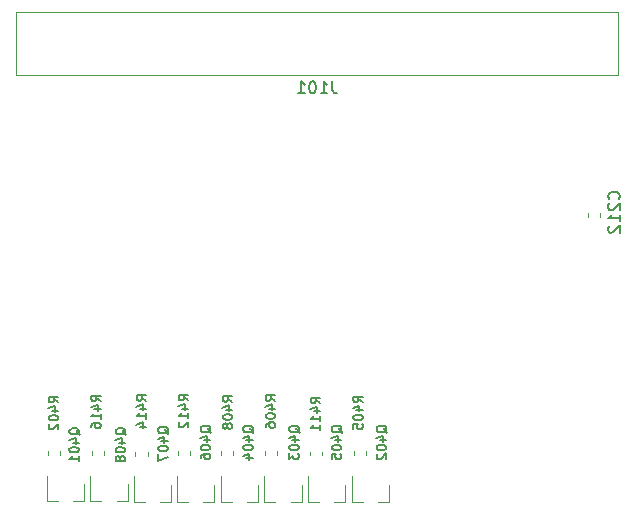
<source format=gbo>
G04 #@! TF.GenerationSoftware,KiCad,Pcbnew,(5.0.1-3-g963ef8bb5)*
G04 #@! TF.CreationDate,2018-12-24T15:41:03+01:00*
G04 #@! TF.ProjectId,heizungsregler,6865697A756E67737265676C65722E6B,rev?*
G04 #@! TF.SameCoordinates,Original*
G04 #@! TF.FileFunction,Legend,Bot*
G04 #@! TF.FilePolarity,Positive*
%FSLAX46Y46*%
G04 Gerber Fmt 4.6, Leading zero omitted, Abs format (unit mm)*
G04 Created by KiCad (PCBNEW (5.0.1-3-g963ef8bb5)) date Montag, 24. Dezember 2018 um 15:41:03*
%MOMM*%
%LPD*%
G01*
G04 APERTURE LIST*
%ADD10C,0.120000*%
%ADD11C,0.150000*%
G04 APERTURE END LIST*
D10*
G04 #@! TO.C,J101*
X120820000Y-81080000D02*
X120820000Y-86380000D01*
X171840000Y-81080000D02*
X120820000Y-81080000D01*
X171840000Y-86380000D02*
X171840000Y-81080000D01*
X120820000Y-86380000D02*
X171840000Y-86380000D01*
G04 #@! TO.C,Q401*
X126610000Y-122490000D02*
X126610000Y-121030000D01*
X123450000Y-122490000D02*
X123450000Y-120330000D01*
X123450000Y-122490000D02*
X124380000Y-122490000D01*
X126610000Y-122490000D02*
X125680000Y-122490000D01*
G04 #@! TO.C,Q402*
X152430000Y-122540000D02*
X152430000Y-121080000D01*
X149270000Y-122540000D02*
X149270000Y-120380000D01*
X149270000Y-122540000D02*
X150200000Y-122540000D01*
X152430000Y-122540000D02*
X151500000Y-122540000D01*
G04 #@! TO.C,Q403*
X145010000Y-122520000D02*
X145010000Y-121060000D01*
X141850000Y-122520000D02*
X141850000Y-120360000D01*
X141850000Y-122520000D02*
X142780000Y-122520000D01*
X145010000Y-122520000D02*
X144080000Y-122520000D01*
G04 #@! TO.C,Q404*
X141310000Y-122520000D02*
X141310000Y-121060000D01*
X138150000Y-122520000D02*
X138150000Y-120360000D01*
X138150000Y-122520000D02*
X139080000Y-122520000D01*
X141310000Y-122520000D02*
X140380000Y-122520000D01*
G04 #@! TO.C,Q405*
X148720000Y-122540000D02*
X148720000Y-121080000D01*
X145560000Y-122540000D02*
X145560000Y-120380000D01*
X145560000Y-122540000D02*
X146490000Y-122540000D01*
X148720000Y-122540000D02*
X147790000Y-122540000D01*
G04 #@! TO.C,Q406*
X137630000Y-122530000D02*
X137630000Y-121070000D01*
X134470000Y-122530000D02*
X134470000Y-120370000D01*
X134470000Y-122530000D02*
X135400000Y-122530000D01*
X137630000Y-122530000D02*
X136700000Y-122530000D01*
G04 #@! TO.C,Q407*
X133980000Y-122520000D02*
X133980000Y-121060000D01*
X130820000Y-122520000D02*
X130820000Y-120360000D01*
X130820000Y-122520000D02*
X131750000Y-122520000D01*
X133980000Y-122520000D02*
X133050000Y-122520000D01*
G04 #@! TO.C,Q408*
X130290000Y-122490000D02*
X130290000Y-121030000D01*
X127130000Y-122490000D02*
X127130000Y-120330000D01*
X127130000Y-122490000D02*
X128060000Y-122490000D01*
X130290000Y-122490000D02*
X129360000Y-122490000D01*
G04 #@! TO.C,R405*
X149420000Y-118562779D02*
X149420000Y-118237221D01*
X150440000Y-118562779D02*
X150440000Y-118237221D01*
G04 #@! TO.C,R406*
X141910000Y-118572779D02*
X141910000Y-118247221D01*
X142930000Y-118572779D02*
X142930000Y-118247221D01*
G04 #@! TO.C,R408*
X138210000Y-118572779D02*
X138210000Y-118247221D01*
X139230000Y-118572779D02*
X139230000Y-118247221D01*
G04 #@! TO.C,R411*
X145690000Y-118592779D02*
X145690000Y-118267221D01*
X146710000Y-118592779D02*
X146710000Y-118267221D01*
G04 #@! TO.C,R412*
X134540000Y-118582779D02*
X134540000Y-118257221D01*
X135560000Y-118582779D02*
X135560000Y-118257221D01*
G04 #@! TO.C,R414*
X130950000Y-118632779D02*
X130950000Y-118307221D01*
X131970000Y-118632779D02*
X131970000Y-118307221D01*
G04 #@! TO.C,R416*
X127230000Y-118562779D02*
X127230000Y-118237221D01*
X128250000Y-118562779D02*
X128250000Y-118237221D01*
G04 #@! TO.C,R402*
X123540000Y-118552779D02*
X123540000Y-118227221D01*
X124560000Y-118552779D02*
X124560000Y-118227221D01*
G04 #@! TO.C,C212*
X169300000Y-98392779D02*
X169300000Y-98067221D01*
X170320000Y-98392779D02*
X170320000Y-98067221D01*
G04 #@! TO.C,J101*
D11*
X147615714Y-86922380D02*
X147615714Y-87636666D01*
X147663333Y-87779523D01*
X147758571Y-87874761D01*
X147901428Y-87922380D01*
X147996666Y-87922380D01*
X146615714Y-87922380D02*
X147187142Y-87922380D01*
X146901428Y-87922380D02*
X146901428Y-86922380D01*
X146996666Y-87065238D01*
X147091904Y-87160476D01*
X147187142Y-87208095D01*
X145996666Y-86922380D02*
X145901428Y-86922380D01*
X145806190Y-86970000D01*
X145758571Y-87017619D01*
X145710952Y-87112857D01*
X145663333Y-87303333D01*
X145663333Y-87541428D01*
X145710952Y-87731904D01*
X145758571Y-87827142D01*
X145806190Y-87874761D01*
X145901428Y-87922380D01*
X145996666Y-87922380D01*
X146091904Y-87874761D01*
X146139523Y-87827142D01*
X146187142Y-87731904D01*
X146234761Y-87541428D01*
X146234761Y-87303333D01*
X146187142Y-87112857D01*
X146139523Y-87017619D01*
X146091904Y-86970000D01*
X145996666Y-86922380D01*
X144710952Y-87922380D02*
X145282380Y-87922380D01*
X144996666Y-87922380D02*
X144996666Y-86922380D01*
X145091904Y-87065238D01*
X145187142Y-87160476D01*
X145282380Y-87208095D01*
G04 #@! TO.C,Q401*
X126238095Y-116861904D02*
X126200000Y-116785714D01*
X126123809Y-116709523D01*
X126009523Y-116595238D01*
X125971428Y-116519047D01*
X125971428Y-116442857D01*
X126161904Y-116480952D02*
X126123809Y-116404761D01*
X126047619Y-116328571D01*
X125895238Y-116290476D01*
X125628571Y-116290476D01*
X125476190Y-116328571D01*
X125400000Y-116404761D01*
X125361904Y-116480952D01*
X125361904Y-116633333D01*
X125400000Y-116709523D01*
X125476190Y-116785714D01*
X125628571Y-116823809D01*
X125895238Y-116823809D01*
X126047619Y-116785714D01*
X126123809Y-116709523D01*
X126161904Y-116633333D01*
X126161904Y-116480952D01*
X125628571Y-117509523D02*
X126161904Y-117509523D01*
X125323809Y-117319047D02*
X125895238Y-117128571D01*
X125895238Y-117623809D01*
X125361904Y-118080952D02*
X125361904Y-118157142D01*
X125400000Y-118233333D01*
X125438095Y-118271428D01*
X125514285Y-118309523D01*
X125666666Y-118347619D01*
X125857142Y-118347619D01*
X126009523Y-118309523D01*
X126085714Y-118271428D01*
X126123809Y-118233333D01*
X126161904Y-118157142D01*
X126161904Y-118080952D01*
X126123809Y-118004761D01*
X126085714Y-117966666D01*
X126009523Y-117928571D01*
X125857142Y-117890476D01*
X125666666Y-117890476D01*
X125514285Y-117928571D01*
X125438095Y-117966666D01*
X125400000Y-118004761D01*
X125361904Y-118080952D01*
X126161904Y-119109523D02*
X126161904Y-118652380D01*
X126161904Y-118880952D02*
X125361904Y-118880952D01*
X125476190Y-118804761D01*
X125552380Y-118728571D01*
X125590476Y-118652380D01*
G04 #@! TO.C,Q402*
X152238095Y-116661904D02*
X152200000Y-116585714D01*
X152123809Y-116509523D01*
X152009523Y-116395238D01*
X151971428Y-116319047D01*
X151971428Y-116242857D01*
X152161904Y-116280952D02*
X152123809Y-116204761D01*
X152047619Y-116128571D01*
X151895238Y-116090476D01*
X151628571Y-116090476D01*
X151476190Y-116128571D01*
X151400000Y-116204761D01*
X151361904Y-116280952D01*
X151361904Y-116433333D01*
X151400000Y-116509523D01*
X151476190Y-116585714D01*
X151628571Y-116623809D01*
X151895238Y-116623809D01*
X152047619Y-116585714D01*
X152123809Y-116509523D01*
X152161904Y-116433333D01*
X152161904Y-116280952D01*
X151628571Y-117309523D02*
X152161904Y-117309523D01*
X151323809Y-117119047D02*
X151895238Y-116928571D01*
X151895238Y-117423809D01*
X151361904Y-117880952D02*
X151361904Y-117957142D01*
X151400000Y-118033333D01*
X151438095Y-118071428D01*
X151514285Y-118109523D01*
X151666666Y-118147619D01*
X151857142Y-118147619D01*
X152009523Y-118109523D01*
X152085714Y-118071428D01*
X152123809Y-118033333D01*
X152161904Y-117957142D01*
X152161904Y-117880952D01*
X152123809Y-117804761D01*
X152085714Y-117766666D01*
X152009523Y-117728571D01*
X151857142Y-117690476D01*
X151666666Y-117690476D01*
X151514285Y-117728571D01*
X151438095Y-117766666D01*
X151400000Y-117804761D01*
X151361904Y-117880952D01*
X151438095Y-118452380D02*
X151400000Y-118490476D01*
X151361904Y-118566666D01*
X151361904Y-118757142D01*
X151400000Y-118833333D01*
X151438095Y-118871428D01*
X151514285Y-118909523D01*
X151590476Y-118909523D01*
X151704761Y-118871428D01*
X152161904Y-118414285D01*
X152161904Y-118909523D01*
G04 #@! TO.C,Q403*
X144838095Y-116661904D02*
X144800000Y-116585714D01*
X144723809Y-116509523D01*
X144609523Y-116395238D01*
X144571428Y-116319047D01*
X144571428Y-116242857D01*
X144761904Y-116280952D02*
X144723809Y-116204761D01*
X144647619Y-116128571D01*
X144495238Y-116090476D01*
X144228571Y-116090476D01*
X144076190Y-116128571D01*
X144000000Y-116204761D01*
X143961904Y-116280952D01*
X143961904Y-116433333D01*
X144000000Y-116509523D01*
X144076190Y-116585714D01*
X144228571Y-116623809D01*
X144495238Y-116623809D01*
X144647619Y-116585714D01*
X144723809Y-116509523D01*
X144761904Y-116433333D01*
X144761904Y-116280952D01*
X144228571Y-117309523D02*
X144761904Y-117309523D01*
X143923809Y-117119047D02*
X144495238Y-116928571D01*
X144495238Y-117423809D01*
X143961904Y-117880952D02*
X143961904Y-117957142D01*
X144000000Y-118033333D01*
X144038095Y-118071428D01*
X144114285Y-118109523D01*
X144266666Y-118147619D01*
X144457142Y-118147619D01*
X144609523Y-118109523D01*
X144685714Y-118071428D01*
X144723809Y-118033333D01*
X144761904Y-117957142D01*
X144761904Y-117880952D01*
X144723809Y-117804761D01*
X144685714Y-117766666D01*
X144609523Y-117728571D01*
X144457142Y-117690476D01*
X144266666Y-117690476D01*
X144114285Y-117728571D01*
X144038095Y-117766666D01*
X144000000Y-117804761D01*
X143961904Y-117880952D01*
X143961904Y-118414285D02*
X143961904Y-118909523D01*
X144266666Y-118642857D01*
X144266666Y-118757142D01*
X144304761Y-118833333D01*
X144342857Y-118871428D01*
X144419047Y-118909523D01*
X144609523Y-118909523D01*
X144685714Y-118871428D01*
X144723809Y-118833333D01*
X144761904Y-118757142D01*
X144761904Y-118528571D01*
X144723809Y-118452380D01*
X144685714Y-118414285D01*
G04 #@! TO.C,Q404*
X140938095Y-116661904D02*
X140900000Y-116585714D01*
X140823809Y-116509523D01*
X140709523Y-116395238D01*
X140671428Y-116319047D01*
X140671428Y-116242857D01*
X140861904Y-116280952D02*
X140823809Y-116204761D01*
X140747619Y-116128571D01*
X140595238Y-116090476D01*
X140328571Y-116090476D01*
X140176190Y-116128571D01*
X140100000Y-116204761D01*
X140061904Y-116280952D01*
X140061904Y-116433333D01*
X140100000Y-116509523D01*
X140176190Y-116585714D01*
X140328571Y-116623809D01*
X140595238Y-116623809D01*
X140747619Y-116585714D01*
X140823809Y-116509523D01*
X140861904Y-116433333D01*
X140861904Y-116280952D01*
X140328571Y-117309523D02*
X140861904Y-117309523D01*
X140023809Y-117119047D02*
X140595238Y-116928571D01*
X140595238Y-117423809D01*
X140061904Y-117880952D02*
X140061904Y-117957142D01*
X140100000Y-118033333D01*
X140138095Y-118071428D01*
X140214285Y-118109523D01*
X140366666Y-118147619D01*
X140557142Y-118147619D01*
X140709523Y-118109523D01*
X140785714Y-118071428D01*
X140823809Y-118033333D01*
X140861904Y-117957142D01*
X140861904Y-117880952D01*
X140823809Y-117804761D01*
X140785714Y-117766666D01*
X140709523Y-117728571D01*
X140557142Y-117690476D01*
X140366666Y-117690476D01*
X140214285Y-117728571D01*
X140138095Y-117766666D01*
X140100000Y-117804761D01*
X140061904Y-117880952D01*
X140328571Y-118833333D02*
X140861904Y-118833333D01*
X140023809Y-118642857D02*
X140595238Y-118452380D01*
X140595238Y-118947619D01*
G04 #@! TO.C,Q405*
X148438095Y-116661904D02*
X148400000Y-116585714D01*
X148323809Y-116509523D01*
X148209523Y-116395238D01*
X148171428Y-116319047D01*
X148171428Y-116242857D01*
X148361904Y-116280952D02*
X148323809Y-116204761D01*
X148247619Y-116128571D01*
X148095238Y-116090476D01*
X147828571Y-116090476D01*
X147676190Y-116128571D01*
X147600000Y-116204761D01*
X147561904Y-116280952D01*
X147561904Y-116433333D01*
X147600000Y-116509523D01*
X147676190Y-116585714D01*
X147828571Y-116623809D01*
X148095238Y-116623809D01*
X148247619Y-116585714D01*
X148323809Y-116509523D01*
X148361904Y-116433333D01*
X148361904Y-116280952D01*
X147828571Y-117309523D02*
X148361904Y-117309523D01*
X147523809Y-117119047D02*
X148095238Y-116928571D01*
X148095238Y-117423809D01*
X147561904Y-117880952D02*
X147561904Y-117957142D01*
X147600000Y-118033333D01*
X147638095Y-118071428D01*
X147714285Y-118109523D01*
X147866666Y-118147619D01*
X148057142Y-118147619D01*
X148209523Y-118109523D01*
X148285714Y-118071428D01*
X148323809Y-118033333D01*
X148361904Y-117957142D01*
X148361904Y-117880952D01*
X148323809Y-117804761D01*
X148285714Y-117766666D01*
X148209523Y-117728571D01*
X148057142Y-117690476D01*
X147866666Y-117690476D01*
X147714285Y-117728571D01*
X147638095Y-117766666D01*
X147600000Y-117804761D01*
X147561904Y-117880952D01*
X147561904Y-118871428D02*
X147561904Y-118490476D01*
X147942857Y-118452380D01*
X147904761Y-118490476D01*
X147866666Y-118566666D01*
X147866666Y-118757142D01*
X147904761Y-118833333D01*
X147942857Y-118871428D01*
X148019047Y-118909523D01*
X148209523Y-118909523D01*
X148285714Y-118871428D01*
X148323809Y-118833333D01*
X148361904Y-118757142D01*
X148361904Y-118566666D01*
X148323809Y-118490476D01*
X148285714Y-118452380D01*
G04 #@! TO.C,Q406*
X137338095Y-116661904D02*
X137300000Y-116585714D01*
X137223809Y-116509523D01*
X137109523Y-116395238D01*
X137071428Y-116319047D01*
X137071428Y-116242857D01*
X137261904Y-116280952D02*
X137223809Y-116204761D01*
X137147619Y-116128571D01*
X136995238Y-116090476D01*
X136728571Y-116090476D01*
X136576190Y-116128571D01*
X136500000Y-116204761D01*
X136461904Y-116280952D01*
X136461904Y-116433333D01*
X136500000Y-116509523D01*
X136576190Y-116585714D01*
X136728571Y-116623809D01*
X136995238Y-116623809D01*
X137147619Y-116585714D01*
X137223809Y-116509523D01*
X137261904Y-116433333D01*
X137261904Y-116280952D01*
X136728571Y-117309523D02*
X137261904Y-117309523D01*
X136423809Y-117119047D02*
X136995238Y-116928571D01*
X136995238Y-117423809D01*
X136461904Y-117880952D02*
X136461904Y-117957142D01*
X136500000Y-118033333D01*
X136538095Y-118071428D01*
X136614285Y-118109523D01*
X136766666Y-118147619D01*
X136957142Y-118147619D01*
X137109523Y-118109523D01*
X137185714Y-118071428D01*
X137223809Y-118033333D01*
X137261904Y-117957142D01*
X137261904Y-117880952D01*
X137223809Y-117804761D01*
X137185714Y-117766666D01*
X137109523Y-117728571D01*
X136957142Y-117690476D01*
X136766666Y-117690476D01*
X136614285Y-117728571D01*
X136538095Y-117766666D01*
X136500000Y-117804761D01*
X136461904Y-117880952D01*
X136461904Y-118833333D02*
X136461904Y-118680952D01*
X136500000Y-118604761D01*
X136538095Y-118566666D01*
X136652380Y-118490476D01*
X136804761Y-118452380D01*
X137109523Y-118452380D01*
X137185714Y-118490476D01*
X137223809Y-118528571D01*
X137261904Y-118604761D01*
X137261904Y-118757142D01*
X137223809Y-118833333D01*
X137185714Y-118871428D01*
X137109523Y-118909523D01*
X136919047Y-118909523D01*
X136842857Y-118871428D01*
X136804761Y-118833333D01*
X136766666Y-118757142D01*
X136766666Y-118604761D01*
X136804761Y-118528571D01*
X136842857Y-118490476D01*
X136919047Y-118452380D01*
G04 #@! TO.C,Q407*
X133738095Y-116761904D02*
X133700000Y-116685714D01*
X133623809Y-116609523D01*
X133509523Y-116495238D01*
X133471428Y-116419047D01*
X133471428Y-116342857D01*
X133661904Y-116380952D02*
X133623809Y-116304761D01*
X133547619Y-116228571D01*
X133395238Y-116190476D01*
X133128571Y-116190476D01*
X132976190Y-116228571D01*
X132900000Y-116304761D01*
X132861904Y-116380952D01*
X132861904Y-116533333D01*
X132900000Y-116609523D01*
X132976190Y-116685714D01*
X133128571Y-116723809D01*
X133395238Y-116723809D01*
X133547619Y-116685714D01*
X133623809Y-116609523D01*
X133661904Y-116533333D01*
X133661904Y-116380952D01*
X133128571Y-117409523D02*
X133661904Y-117409523D01*
X132823809Y-117219047D02*
X133395238Y-117028571D01*
X133395238Y-117523809D01*
X132861904Y-117980952D02*
X132861904Y-118057142D01*
X132900000Y-118133333D01*
X132938095Y-118171428D01*
X133014285Y-118209523D01*
X133166666Y-118247619D01*
X133357142Y-118247619D01*
X133509523Y-118209523D01*
X133585714Y-118171428D01*
X133623809Y-118133333D01*
X133661904Y-118057142D01*
X133661904Y-117980952D01*
X133623809Y-117904761D01*
X133585714Y-117866666D01*
X133509523Y-117828571D01*
X133357142Y-117790476D01*
X133166666Y-117790476D01*
X133014285Y-117828571D01*
X132938095Y-117866666D01*
X132900000Y-117904761D01*
X132861904Y-117980952D01*
X132861904Y-118514285D02*
X132861904Y-119047619D01*
X133661904Y-118704761D01*
G04 #@! TO.C,Q408*
X130138095Y-116861904D02*
X130100000Y-116785714D01*
X130023809Y-116709523D01*
X129909523Y-116595238D01*
X129871428Y-116519047D01*
X129871428Y-116442857D01*
X130061904Y-116480952D02*
X130023809Y-116404761D01*
X129947619Y-116328571D01*
X129795238Y-116290476D01*
X129528571Y-116290476D01*
X129376190Y-116328571D01*
X129300000Y-116404761D01*
X129261904Y-116480952D01*
X129261904Y-116633333D01*
X129300000Y-116709523D01*
X129376190Y-116785714D01*
X129528571Y-116823809D01*
X129795238Y-116823809D01*
X129947619Y-116785714D01*
X130023809Y-116709523D01*
X130061904Y-116633333D01*
X130061904Y-116480952D01*
X129528571Y-117509523D02*
X130061904Y-117509523D01*
X129223809Y-117319047D02*
X129795238Y-117128571D01*
X129795238Y-117623809D01*
X129261904Y-118080952D02*
X129261904Y-118157142D01*
X129300000Y-118233333D01*
X129338095Y-118271428D01*
X129414285Y-118309523D01*
X129566666Y-118347619D01*
X129757142Y-118347619D01*
X129909523Y-118309523D01*
X129985714Y-118271428D01*
X130023809Y-118233333D01*
X130061904Y-118157142D01*
X130061904Y-118080952D01*
X130023809Y-118004761D01*
X129985714Y-117966666D01*
X129909523Y-117928571D01*
X129757142Y-117890476D01*
X129566666Y-117890476D01*
X129414285Y-117928571D01*
X129338095Y-117966666D01*
X129300000Y-118004761D01*
X129261904Y-118080952D01*
X129604761Y-118804761D02*
X129566666Y-118728571D01*
X129528571Y-118690476D01*
X129452380Y-118652380D01*
X129414285Y-118652380D01*
X129338095Y-118690476D01*
X129300000Y-118728571D01*
X129261904Y-118804761D01*
X129261904Y-118957142D01*
X129300000Y-119033333D01*
X129338095Y-119071428D01*
X129414285Y-119109523D01*
X129452380Y-119109523D01*
X129528571Y-119071428D01*
X129566666Y-119033333D01*
X129604761Y-118957142D01*
X129604761Y-118804761D01*
X129642857Y-118728571D01*
X129680952Y-118690476D01*
X129757142Y-118652380D01*
X129909523Y-118652380D01*
X129985714Y-118690476D01*
X130023809Y-118728571D01*
X130061904Y-118804761D01*
X130061904Y-118957142D01*
X130023809Y-119033333D01*
X129985714Y-119071428D01*
X129909523Y-119109523D01*
X129757142Y-119109523D01*
X129680952Y-119071428D01*
X129642857Y-119033333D01*
X129604761Y-118957142D01*
G04 #@! TO.C,R405*
X150171904Y-114074761D02*
X149790952Y-113808095D01*
X150171904Y-113617619D02*
X149371904Y-113617619D01*
X149371904Y-113922380D01*
X149410000Y-113998571D01*
X149448095Y-114036666D01*
X149524285Y-114074761D01*
X149638571Y-114074761D01*
X149714761Y-114036666D01*
X149752857Y-113998571D01*
X149790952Y-113922380D01*
X149790952Y-113617619D01*
X149638571Y-114760476D02*
X150171904Y-114760476D01*
X149333809Y-114570000D02*
X149905238Y-114379523D01*
X149905238Y-114874761D01*
X149371904Y-115331904D02*
X149371904Y-115408095D01*
X149410000Y-115484285D01*
X149448095Y-115522380D01*
X149524285Y-115560476D01*
X149676666Y-115598571D01*
X149867142Y-115598571D01*
X150019523Y-115560476D01*
X150095714Y-115522380D01*
X150133809Y-115484285D01*
X150171904Y-115408095D01*
X150171904Y-115331904D01*
X150133809Y-115255714D01*
X150095714Y-115217619D01*
X150019523Y-115179523D01*
X149867142Y-115141428D01*
X149676666Y-115141428D01*
X149524285Y-115179523D01*
X149448095Y-115217619D01*
X149410000Y-115255714D01*
X149371904Y-115331904D01*
X149371904Y-116322380D02*
X149371904Y-115941428D01*
X149752857Y-115903333D01*
X149714761Y-115941428D01*
X149676666Y-116017619D01*
X149676666Y-116208095D01*
X149714761Y-116284285D01*
X149752857Y-116322380D01*
X149829047Y-116360476D01*
X150019523Y-116360476D01*
X150095714Y-116322380D01*
X150133809Y-116284285D01*
X150171904Y-116208095D01*
X150171904Y-116017619D01*
X150133809Y-115941428D01*
X150095714Y-115903333D01*
G04 #@! TO.C,R406*
X142771904Y-113974761D02*
X142390952Y-113708095D01*
X142771904Y-113517619D02*
X141971904Y-113517619D01*
X141971904Y-113822380D01*
X142010000Y-113898571D01*
X142048095Y-113936666D01*
X142124285Y-113974761D01*
X142238571Y-113974761D01*
X142314761Y-113936666D01*
X142352857Y-113898571D01*
X142390952Y-113822380D01*
X142390952Y-113517619D01*
X142238571Y-114660476D02*
X142771904Y-114660476D01*
X141933809Y-114470000D02*
X142505238Y-114279523D01*
X142505238Y-114774761D01*
X141971904Y-115231904D02*
X141971904Y-115308095D01*
X142010000Y-115384285D01*
X142048095Y-115422380D01*
X142124285Y-115460476D01*
X142276666Y-115498571D01*
X142467142Y-115498571D01*
X142619523Y-115460476D01*
X142695714Y-115422380D01*
X142733809Y-115384285D01*
X142771904Y-115308095D01*
X142771904Y-115231904D01*
X142733809Y-115155714D01*
X142695714Y-115117619D01*
X142619523Y-115079523D01*
X142467142Y-115041428D01*
X142276666Y-115041428D01*
X142124285Y-115079523D01*
X142048095Y-115117619D01*
X142010000Y-115155714D01*
X141971904Y-115231904D01*
X141971904Y-116184285D02*
X141971904Y-116031904D01*
X142010000Y-115955714D01*
X142048095Y-115917619D01*
X142162380Y-115841428D01*
X142314761Y-115803333D01*
X142619523Y-115803333D01*
X142695714Y-115841428D01*
X142733809Y-115879523D01*
X142771904Y-115955714D01*
X142771904Y-116108095D01*
X142733809Y-116184285D01*
X142695714Y-116222380D01*
X142619523Y-116260476D01*
X142429047Y-116260476D01*
X142352857Y-116222380D01*
X142314761Y-116184285D01*
X142276666Y-116108095D01*
X142276666Y-115955714D01*
X142314761Y-115879523D01*
X142352857Y-115841428D01*
X142429047Y-115803333D01*
G04 #@! TO.C,R408*
X139141904Y-114044761D02*
X138760952Y-113778095D01*
X139141904Y-113587619D02*
X138341904Y-113587619D01*
X138341904Y-113892380D01*
X138380000Y-113968571D01*
X138418095Y-114006666D01*
X138494285Y-114044761D01*
X138608571Y-114044761D01*
X138684761Y-114006666D01*
X138722857Y-113968571D01*
X138760952Y-113892380D01*
X138760952Y-113587619D01*
X138608571Y-114730476D02*
X139141904Y-114730476D01*
X138303809Y-114540000D02*
X138875238Y-114349523D01*
X138875238Y-114844761D01*
X138341904Y-115301904D02*
X138341904Y-115378095D01*
X138380000Y-115454285D01*
X138418095Y-115492380D01*
X138494285Y-115530476D01*
X138646666Y-115568571D01*
X138837142Y-115568571D01*
X138989523Y-115530476D01*
X139065714Y-115492380D01*
X139103809Y-115454285D01*
X139141904Y-115378095D01*
X139141904Y-115301904D01*
X139103809Y-115225714D01*
X139065714Y-115187619D01*
X138989523Y-115149523D01*
X138837142Y-115111428D01*
X138646666Y-115111428D01*
X138494285Y-115149523D01*
X138418095Y-115187619D01*
X138380000Y-115225714D01*
X138341904Y-115301904D01*
X138684761Y-116025714D02*
X138646666Y-115949523D01*
X138608571Y-115911428D01*
X138532380Y-115873333D01*
X138494285Y-115873333D01*
X138418095Y-115911428D01*
X138380000Y-115949523D01*
X138341904Y-116025714D01*
X138341904Y-116178095D01*
X138380000Y-116254285D01*
X138418095Y-116292380D01*
X138494285Y-116330476D01*
X138532380Y-116330476D01*
X138608571Y-116292380D01*
X138646666Y-116254285D01*
X138684761Y-116178095D01*
X138684761Y-116025714D01*
X138722857Y-115949523D01*
X138760952Y-115911428D01*
X138837142Y-115873333D01*
X138989523Y-115873333D01*
X139065714Y-115911428D01*
X139103809Y-115949523D01*
X139141904Y-116025714D01*
X139141904Y-116178095D01*
X139103809Y-116254285D01*
X139065714Y-116292380D01*
X138989523Y-116330476D01*
X138837142Y-116330476D01*
X138760952Y-116292380D01*
X138722857Y-116254285D01*
X138684761Y-116178095D01*
G04 #@! TO.C,R411*
X146581904Y-114174761D02*
X146200952Y-113908095D01*
X146581904Y-113717619D02*
X145781904Y-113717619D01*
X145781904Y-114022380D01*
X145820000Y-114098571D01*
X145858095Y-114136666D01*
X145934285Y-114174761D01*
X146048571Y-114174761D01*
X146124761Y-114136666D01*
X146162857Y-114098571D01*
X146200952Y-114022380D01*
X146200952Y-113717619D01*
X146048571Y-114860476D02*
X146581904Y-114860476D01*
X145743809Y-114670000D02*
X146315238Y-114479523D01*
X146315238Y-114974761D01*
X146581904Y-115698571D02*
X146581904Y-115241428D01*
X146581904Y-115470000D02*
X145781904Y-115470000D01*
X145896190Y-115393809D01*
X145972380Y-115317619D01*
X146010476Y-115241428D01*
X146581904Y-116460476D02*
X146581904Y-116003333D01*
X146581904Y-116231904D02*
X145781904Y-116231904D01*
X145896190Y-116155714D01*
X145972380Y-116079523D01*
X146010476Y-116003333D01*
G04 #@! TO.C,R412*
X135401904Y-113944761D02*
X135020952Y-113678095D01*
X135401904Y-113487619D02*
X134601904Y-113487619D01*
X134601904Y-113792380D01*
X134640000Y-113868571D01*
X134678095Y-113906666D01*
X134754285Y-113944761D01*
X134868571Y-113944761D01*
X134944761Y-113906666D01*
X134982857Y-113868571D01*
X135020952Y-113792380D01*
X135020952Y-113487619D01*
X134868571Y-114630476D02*
X135401904Y-114630476D01*
X134563809Y-114440000D02*
X135135238Y-114249523D01*
X135135238Y-114744761D01*
X135401904Y-115468571D02*
X135401904Y-115011428D01*
X135401904Y-115240000D02*
X134601904Y-115240000D01*
X134716190Y-115163809D01*
X134792380Y-115087619D01*
X134830476Y-115011428D01*
X134678095Y-115773333D02*
X134640000Y-115811428D01*
X134601904Y-115887619D01*
X134601904Y-116078095D01*
X134640000Y-116154285D01*
X134678095Y-116192380D01*
X134754285Y-116230476D01*
X134830476Y-116230476D01*
X134944761Y-116192380D01*
X135401904Y-115735238D01*
X135401904Y-116230476D01*
G04 #@! TO.C,R414*
X131871904Y-113974761D02*
X131490952Y-113708095D01*
X131871904Y-113517619D02*
X131071904Y-113517619D01*
X131071904Y-113822380D01*
X131110000Y-113898571D01*
X131148095Y-113936666D01*
X131224285Y-113974761D01*
X131338571Y-113974761D01*
X131414761Y-113936666D01*
X131452857Y-113898571D01*
X131490952Y-113822380D01*
X131490952Y-113517619D01*
X131338571Y-114660476D02*
X131871904Y-114660476D01*
X131033809Y-114470000D02*
X131605238Y-114279523D01*
X131605238Y-114774761D01*
X131871904Y-115498571D02*
X131871904Y-115041428D01*
X131871904Y-115270000D02*
X131071904Y-115270000D01*
X131186190Y-115193809D01*
X131262380Y-115117619D01*
X131300476Y-115041428D01*
X131338571Y-116184285D02*
X131871904Y-116184285D01*
X131033809Y-115993809D02*
X131605238Y-115803333D01*
X131605238Y-116298571D01*
G04 #@! TO.C,R416*
X128001904Y-114004761D02*
X127620952Y-113738095D01*
X128001904Y-113547619D02*
X127201904Y-113547619D01*
X127201904Y-113852380D01*
X127240000Y-113928571D01*
X127278095Y-113966666D01*
X127354285Y-114004761D01*
X127468571Y-114004761D01*
X127544761Y-113966666D01*
X127582857Y-113928571D01*
X127620952Y-113852380D01*
X127620952Y-113547619D01*
X127468571Y-114690476D02*
X128001904Y-114690476D01*
X127163809Y-114500000D02*
X127735238Y-114309523D01*
X127735238Y-114804761D01*
X128001904Y-115528571D02*
X128001904Y-115071428D01*
X128001904Y-115300000D02*
X127201904Y-115300000D01*
X127316190Y-115223809D01*
X127392380Y-115147619D01*
X127430476Y-115071428D01*
X127201904Y-116214285D02*
X127201904Y-116061904D01*
X127240000Y-115985714D01*
X127278095Y-115947619D01*
X127392380Y-115871428D01*
X127544761Y-115833333D01*
X127849523Y-115833333D01*
X127925714Y-115871428D01*
X127963809Y-115909523D01*
X128001904Y-115985714D01*
X128001904Y-116138095D01*
X127963809Y-116214285D01*
X127925714Y-116252380D01*
X127849523Y-116290476D01*
X127659047Y-116290476D01*
X127582857Y-116252380D01*
X127544761Y-116214285D01*
X127506666Y-116138095D01*
X127506666Y-115985714D01*
X127544761Y-115909523D01*
X127582857Y-115871428D01*
X127659047Y-115833333D01*
G04 #@! TO.C,R402*
X124401904Y-114114761D02*
X124020952Y-113848095D01*
X124401904Y-113657619D02*
X123601904Y-113657619D01*
X123601904Y-113962380D01*
X123640000Y-114038571D01*
X123678095Y-114076666D01*
X123754285Y-114114761D01*
X123868571Y-114114761D01*
X123944761Y-114076666D01*
X123982857Y-114038571D01*
X124020952Y-113962380D01*
X124020952Y-113657619D01*
X123868571Y-114800476D02*
X124401904Y-114800476D01*
X123563809Y-114610000D02*
X124135238Y-114419523D01*
X124135238Y-114914761D01*
X123601904Y-115371904D02*
X123601904Y-115448095D01*
X123640000Y-115524285D01*
X123678095Y-115562380D01*
X123754285Y-115600476D01*
X123906666Y-115638571D01*
X124097142Y-115638571D01*
X124249523Y-115600476D01*
X124325714Y-115562380D01*
X124363809Y-115524285D01*
X124401904Y-115448095D01*
X124401904Y-115371904D01*
X124363809Y-115295714D01*
X124325714Y-115257619D01*
X124249523Y-115219523D01*
X124097142Y-115181428D01*
X123906666Y-115181428D01*
X123754285Y-115219523D01*
X123678095Y-115257619D01*
X123640000Y-115295714D01*
X123601904Y-115371904D01*
X123678095Y-115943333D02*
X123640000Y-115981428D01*
X123601904Y-116057619D01*
X123601904Y-116248095D01*
X123640000Y-116324285D01*
X123678095Y-116362380D01*
X123754285Y-116400476D01*
X123830476Y-116400476D01*
X123944761Y-116362380D01*
X124401904Y-115905238D01*
X124401904Y-116400476D01*
G04 #@! TO.C,C212*
X171857142Y-96880952D02*
X171904761Y-96833333D01*
X171952380Y-96690476D01*
X171952380Y-96595238D01*
X171904761Y-96452380D01*
X171809523Y-96357142D01*
X171714285Y-96309523D01*
X171523809Y-96261904D01*
X171380952Y-96261904D01*
X171190476Y-96309523D01*
X171095238Y-96357142D01*
X171000000Y-96452380D01*
X170952380Y-96595238D01*
X170952380Y-96690476D01*
X171000000Y-96833333D01*
X171047619Y-96880952D01*
X171047619Y-97261904D02*
X171000000Y-97309523D01*
X170952380Y-97404761D01*
X170952380Y-97642857D01*
X171000000Y-97738095D01*
X171047619Y-97785714D01*
X171142857Y-97833333D01*
X171238095Y-97833333D01*
X171380952Y-97785714D01*
X171952380Y-97214285D01*
X171952380Y-97833333D01*
X171952380Y-98785714D02*
X171952380Y-98214285D01*
X171952380Y-98500000D02*
X170952380Y-98500000D01*
X171095238Y-98404761D01*
X171190476Y-98309523D01*
X171238095Y-98214285D01*
X171047619Y-99166666D02*
X171000000Y-99214285D01*
X170952380Y-99309523D01*
X170952380Y-99547619D01*
X171000000Y-99642857D01*
X171047619Y-99690476D01*
X171142857Y-99738095D01*
X171238095Y-99738095D01*
X171380952Y-99690476D01*
X171952380Y-99119047D01*
X171952380Y-99738095D01*
G04 #@! TD*
M02*

</source>
